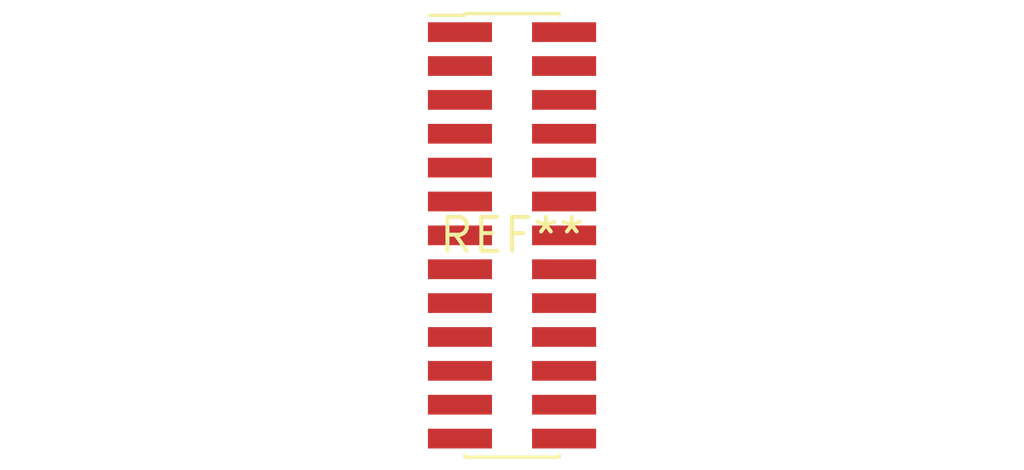
<source format=kicad_pcb>
(kicad_pcb (version 20240108) (generator pcbnew)
  (layers (0 "F.Cu" signal) (31 "B.Cu" signal) (34 "B.Paste" user) (35 "F.Paste" user) (36 "B.SilkS" user "B.Silkscreen") (37 "F.SilkS" user "F.Silkscreen") (38 "B.Mask" user) (39 "F.Mask" user) (44 "Edge.Cuts" user))
  (net 0 "")
  (footprint "PinHeader_2x13_P1.27mm_Vertical_SMD" (layer "F.Cu") (at 0 0)
    (property "Reference" "REF**")
    (property "Value" "PinHeader_2x13_P1.27mm_Vertical_SMD")
    (fp_line (start -3.09 -8.25) (end -1.765 -8.25) (layer "F.SilkS") (stroke (width 0.12)))
    (fp_line (start -1.765 -8.315) (end -1.765 -8.25) (layer "F.SilkS") (stroke (width 0.12)))
    (fp_line (start -1.765 -8.315) (end 1.765 -8.315) (layer "F.SilkS") (stroke (width 0.12)))
    (fp_line (start -1.765 8.25) (end -1.765 8.315) (layer "F.SilkS") (stroke (width 0.12)))
    (fp_line (start -1.765 8.315) (end 1.765 8.315) (layer "F.SilkS") (stroke (width 0.12)))
    (fp_line (start 1.765 -8.315) (end 1.765 -8.25) (layer "F.SilkS") (stroke (width 0.12)))
    (fp_line (start 1.765 8.25) (end 1.765 8.315) (layer "F.SilkS") (stroke (width 0.12)))
    (pad "1" smd rect (at -1.95 -7.62) (size 2.4 0.74) (layers "F.Cu" "F.Paste" "F.Mask"))
    (pad "2" smd rect (at 1.95 -7.62) (size 2.4 0.74) (layers "F.Cu" "F.Paste" "F.Mask"))
    (pad "3" smd rect (at -1.95 -6.35) (size 2.4 0.74) (layers "F.Cu" "F.Paste" "F.Mask"))
    (pad "4" smd rect (at 1.95 -6.35) (size 2.4 0.74) (layers "F.Cu" "F.Paste" "F.Mask"))
    (pad "5" smd rect (at -1.95 -5.08) (size 2.4 0.74) (layers "F.Cu" "F.Paste" "F.Mask"))
    (pad "6" smd rect (at 1.95 -5.08) (size 2.4 0.74) (layers "F.Cu" "F.Paste" "F.Mask"))
    (pad "7" smd rect (at -1.95 -3.81) (size 2.4 0.74) (layers "F.Cu" "F.Paste" "F.Mask"))
    (pad "8" smd rect (at 1.95 -3.81) (size 2.4 0.74) (layers "F.Cu" "F.Paste" "F.Mask"))
    (pad "9" smd rect (at -1.95 -2.54) (size 2.4 0.74) (layers "F.Cu" "F.Paste" "F.Mask"))
    (pad "10" smd rect (at 1.95 -2.54) (size 2.4 0.74) (layers "F.Cu" "F.Paste" "F.Mask"))
    (pad "11" smd rect (at -1.95 -1.27) (size 2.4 0.74) (layers "F.Cu" "F.Paste" "F.Mask"))
    (pad "12" smd rect (at 1.95 -1.27) (size 2.4 0.74) (layers "F.Cu" "F.Paste" "F.Mask"))
    (pad "13" smd rect (at -1.95 0) (size 2.4 0.74) (layers "F.Cu" "F.Paste" "F.Mask"))
    (pad "14" smd rect (at 1.95 0) (size 2.4 0.74) (layers "F.Cu" "F.Paste" "F.Mask"))
    (pad "15" smd rect (at -1.95 1.27) (size 2.4 0.74) (layers "F.Cu" "F.Paste" "F.Mask"))
    (pad "16" smd rect (at 1.95 1.27) (size 2.4 0.74) (layers "F.Cu" "F.Paste" "F.Mask"))
    (pad "17" smd rect (at -1.95 2.54) (size 2.4 0.74) (layers "F.Cu" "F.Paste" "F.Mask"))
    (pad "18" smd rect (at 1.95 2.54) (size 2.4 0.74) (layers "F.Cu" "F.Paste" "F.Mask"))
    (pad "19" smd rect (at -1.95 3.81) (size 2.4 0.74) (layers "F.Cu" "F.Paste" "F.Mask"))
    (pad "20" smd rect (at 1.95 3.81) (size 2.4 0.74) (layers "F.Cu" "F.Paste" "F.Mask"))
    (pad "21" smd rect (at -1.95 5.08) (size 2.4 0.74) (layers "F.Cu" "F.Paste" "F.Mask"))
    (pad "22" smd rect (at 1.95 5.08) (size 2.4 0.74) (layers "F.Cu" "F.Paste" "F.Mask"))
    (pad "23" smd rect (at -1.95 6.35) (size 2.4 0.74) (layers "F.Cu" "F.Paste" "F.Mask"))
    (pad "24" smd rect (at 1.95 6.35) (size 2.4 0.74) (layers "F.Cu" "F.Paste" "F.Mask"))
    (pad "25" smd rect (at -1.95 7.62) (size 2.4 0.74) (layers "F.Cu" "F.Paste" "F.Mask"))
    (pad "26" smd rect (at 1.95 7.62) (size 2.4 0.74) (layers "F.Cu" "F.Paste" "F.Mask"))
  )
)
</source>
